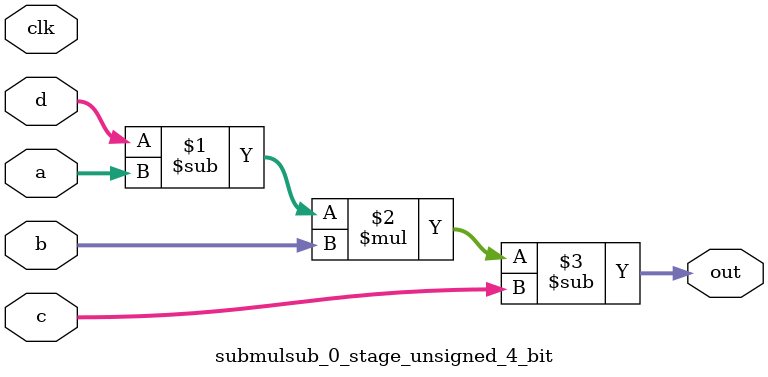
<source format=sv>
(* use_dsp = "yes" *) module submulsub_0_stage_unsigned_4_bit(
	input  [3:0] a,
	input  [3:0] b,
	input  [3:0] c,
	input  [3:0] d,
	output [3:0] out,
	input clk);

	assign out = ((d - a) * b) - c;
endmodule

</source>
